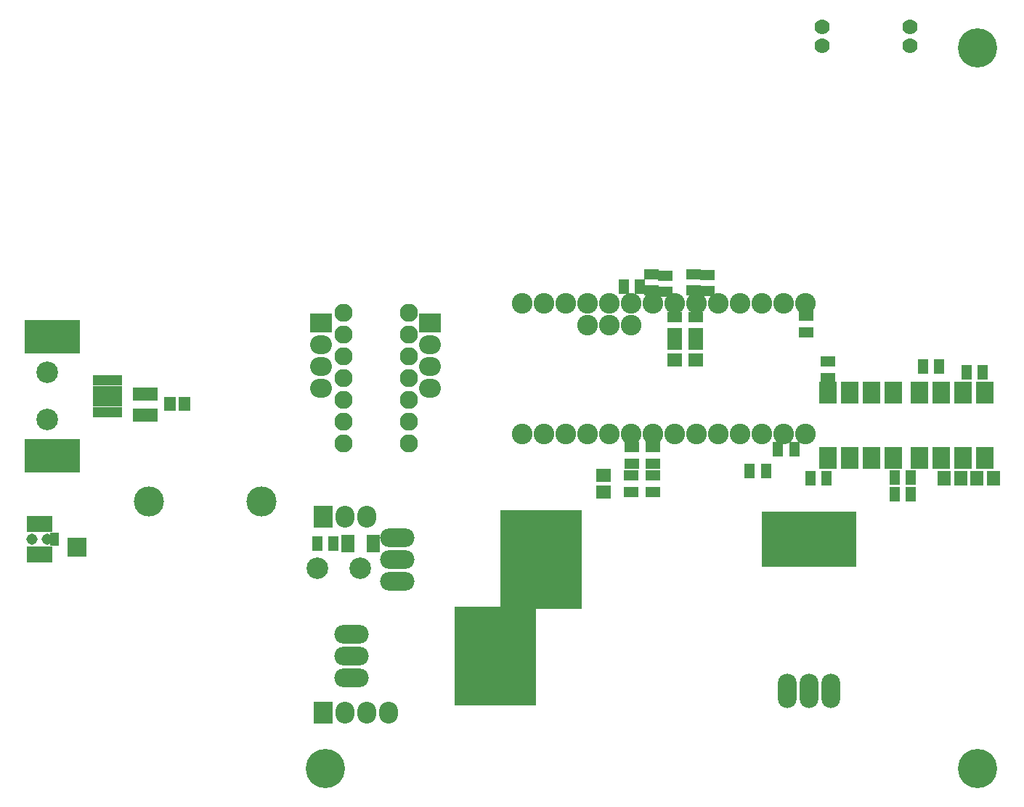
<source format=gbs>
G04 #@! TF.FileFunction,Soldermask,Bot*
%FSLAX46Y46*%
G04 Gerber Fmt 4.6, Leading zero omitted, Abs format (unit mm)*
G04 Created by KiCad (PCBNEW 4.0.1-stable) date 2017-04-25 2:38:03 PM*
%MOMM*%
G01*
G04 APERTURE LIST*
%ADD10C,0.150000*%
%ADD11R,1.107440X1.607820*%
%ADD12R,1.407160X0.906780*%
%ADD13C,3.508000*%
%ADD14R,2.235200X2.540000*%
%ADD15O,2.235200X2.540000*%
%ADD16O,2.108000X2.108000*%
%ADD17C,2.408000*%
%ADD18O,4.008120X2.207260*%
%ADD19R,9.508000X11.508000*%
%ADD20O,2.207260X4.008120*%
%ADD21R,11.008000X6.508000*%
%ADD22R,2.032000X2.540000*%
%ADD23C,2.506980*%
%ADD24R,1.508000X1.758000*%
%ADD25R,1.208000X1.808000*%
%ADD26R,1.808000X1.208000*%
%ADD27R,2.540000X2.235200*%
%ADD28O,2.540000X2.235200*%
%ADD29C,1.778000*%
%ADD30R,1.758000X1.508000*%
%ADD31C,4.572000*%
%ADD32R,1.508000X2.108000*%
%ADD33R,2.208000X2.208000*%
%ADD34R,1.008000X1.608000*%
%ADD35C,1.308000*%
%ADD36R,1.558000X1.908000*%
%ADD37R,3.505200X1.219200*%
%ADD38R,6.553200X3.911600*%
%ADD39C,2.508000*%
G04 APERTURE END LIST*
D10*
D11*
X47949960Y-67849680D03*
X47000000Y-67849680D03*
X46050040Y-67849680D03*
X46050040Y-65350320D03*
X47000000Y-65350320D03*
X47949960Y-65350320D03*
D12*
X49851640Y-66898780D03*
X51548360Y-66898780D03*
X51548360Y-66101220D03*
X49851640Y-66101220D03*
D13*
X60570000Y-77900000D03*
X47430000Y-77900000D03*
D14*
X67767000Y-102551000D03*
D15*
X70307000Y-102551000D03*
X72847000Y-102551000D03*
X75387000Y-102551000D03*
D16*
X77700000Y-55850000D03*
X77700000Y-58390000D03*
X77700000Y-60930000D03*
X77700000Y-63470000D03*
X77700000Y-66010000D03*
X77700000Y-68550000D03*
X77700000Y-71090000D03*
X70080000Y-71090000D03*
X70080000Y-68550000D03*
X70080000Y-66010000D03*
X70080000Y-63470000D03*
X70080000Y-60930000D03*
X70080000Y-58390000D03*
X70080000Y-55850000D03*
D17*
X98564000Y-57320000D03*
X101104000Y-57320000D03*
X103644000Y-57320000D03*
X93484000Y-70020000D03*
X96024000Y-70020000D03*
X98564000Y-70020000D03*
X101104000Y-70020000D03*
X103644000Y-70020000D03*
X106184000Y-70020000D03*
X108724000Y-70020000D03*
X111264000Y-70020000D03*
X113804000Y-70020000D03*
X116344000Y-70020000D03*
X118884000Y-70020000D03*
X121424000Y-70020000D03*
X123964000Y-70020000D03*
X123964000Y-54780000D03*
X121424000Y-54780000D03*
X118884000Y-54780000D03*
X116344000Y-54780000D03*
X113804000Y-54780000D03*
X111264000Y-54780000D03*
X108724000Y-54780000D03*
X106184000Y-54780000D03*
X103644000Y-54780000D03*
X101104000Y-54780000D03*
X98564000Y-54780000D03*
X96024000Y-54780000D03*
X93484000Y-54780000D03*
X90944000Y-54780000D03*
X90944000Y-70020000D03*
D18*
X76403000Y-84644000D03*
X76403000Y-87184000D03*
X76403000Y-82104000D03*
D19*
X93167000Y-84644000D03*
D18*
X71069000Y-95947000D03*
X71069000Y-98487000D03*
X71069000Y-93407000D03*
D19*
X87833000Y-95947000D03*
D20*
X124409000Y-100011000D03*
X126949000Y-100011000D03*
X121869000Y-100011000D03*
D21*
X124409000Y-82247000D03*
D22*
X137290000Y-65190000D03*
X139830000Y-65190000D03*
X142370000Y-65190000D03*
X144910000Y-65190000D03*
X144910000Y-72810000D03*
X142370000Y-72810000D03*
X139830000Y-72810000D03*
X137290000Y-72810000D03*
X134210000Y-72810000D03*
X131670000Y-72810000D03*
X129130000Y-72810000D03*
X126590000Y-72810000D03*
X126590000Y-65190000D03*
X129130000Y-65190000D03*
X131670000Y-65190000D03*
X134210000Y-65190000D03*
D14*
X67767000Y-79691000D03*
D15*
X70307000Y-79691000D03*
X72847000Y-79691000D03*
D23*
X72044360Y-85660000D03*
X67043100Y-85660000D03*
D24*
X145900000Y-75200000D03*
X143900000Y-75200000D03*
X140100000Y-75200000D03*
X142100000Y-75200000D03*
D25*
X144650000Y-62800000D03*
X142750000Y-62800000D03*
X139550000Y-62100000D03*
X137650000Y-62100000D03*
X136250000Y-77000000D03*
X134350000Y-77000000D03*
X124550000Y-75200000D03*
X126450000Y-75200000D03*
X136250000Y-75100000D03*
X134350000Y-75100000D03*
D26*
X126600000Y-61550000D03*
X126600000Y-63450000D03*
X110900000Y-53250000D03*
X110900000Y-51350000D03*
X106000000Y-53250000D03*
X106000000Y-51350000D03*
X106200000Y-74850000D03*
X106200000Y-76750000D03*
X103600000Y-74850000D03*
X103600000Y-76750000D03*
D27*
X67510000Y-57080000D03*
D28*
X67510000Y-59620000D03*
X67510000Y-62160000D03*
X67510000Y-64700000D03*
D27*
X80210000Y-57080000D03*
D28*
X80210000Y-59620000D03*
X80210000Y-62160000D03*
X80210000Y-64700000D03*
D29*
X136130800Y-22473200D03*
X125869200Y-22473200D03*
X136130800Y-24733800D03*
X125869200Y-24733800D03*
D30*
X108700000Y-59400000D03*
X108700000Y-61400000D03*
X111200000Y-61400000D03*
X111200000Y-59400000D03*
D25*
X104650000Y-52800000D03*
X102750000Y-52800000D03*
X67050000Y-82800000D03*
X68950000Y-82800000D03*
D26*
X103700000Y-73450000D03*
X103700000Y-71550000D03*
X106200000Y-73450000D03*
X106200000Y-71550000D03*
X108700000Y-58250000D03*
X108700000Y-56350000D03*
X111200000Y-58250000D03*
X111200000Y-56350000D03*
X107600000Y-51550000D03*
X107600000Y-53450000D03*
X112500000Y-51450000D03*
X112500000Y-53350000D03*
D31*
X144000000Y-25000000D03*
D30*
X100400000Y-74800000D03*
X100400000Y-76800000D03*
D25*
X119350000Y-74300000D03*
X117450000Y-74300000D03*
X122650000Y-71800000D03*
X120750000Y-71800000D03*
D26*
X124000000Y-56250000D03*
X124000000Y-58150000D03*
D31*
X68000000Y-109000000D03*
X144000000Y-109000000D03*
D32*
X73600000Y-82800000D03*
X70600000Y-82800000D03*
D33*
X39050000Y-83200000D03*
D34*
X36400000Y-82300000D03*
D35*
X33800000Y-82300000D03*
D36*
X33975000Y-80500000D03*
X33975000Y-84100000D03*
X35425000Y-80500000D03*
X35425000Y-84100000D03*
D35*
X35600000Y-82300000D03*
D37*
X42610400Y-63731830D03*
X42610400Y-64976430D03*
X42610400Y-66171030D03*
X42610400Y-67465630D03*
D38*
X36181660Y-58679770D03*
X36181660Y-72520230D03*
D39*
X35600000Y-62842830D03*
X35600000Y-68354630D03*
M02*

</source>
